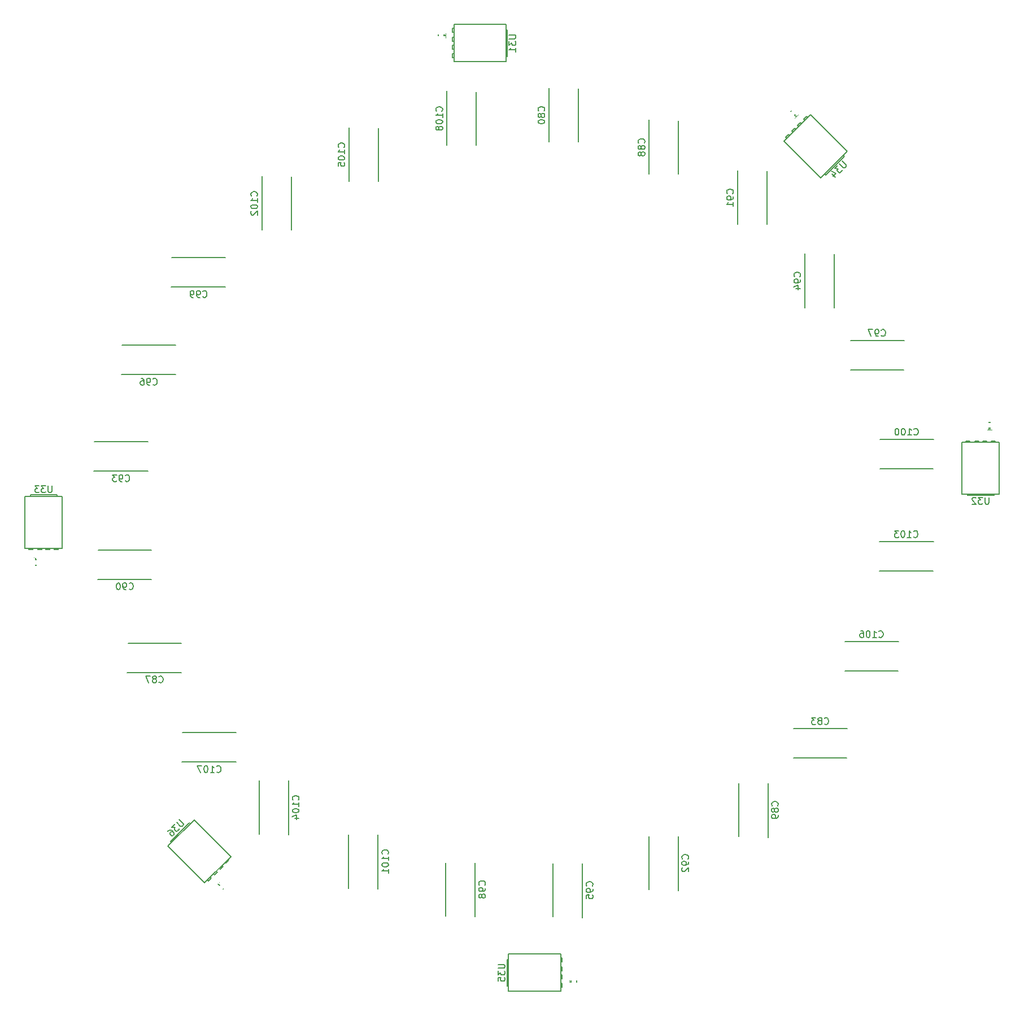
<source format=gbr>
G04 #@! TF.FileFunction,Legend,Bot*
%FSLAX46Y46*%
G04 Gerber Fmt 4.6, Leading zero omitted, Abs format (unit mm)*
G04 Created by KiCad (PCBNEW 4.0.1-stable) date 2/3/2016 8:32:50 AM*
%MOMM*%
G01*
G04 APERTURE LIST*
%ADD10C,0.100000*%
%ADD11C,0.150000*%
%ADD12C,0.127000*%
%ADD13C,0.040640*%
%ADD14C,4.464000*%
%ADD15C,8.160000*%
%ADD16R,2.830000X2.770000*%
%ADD17R,2.770000X2.830000*%
%ADD18C,1.136600*%
%ADD19R,1.400760X1.299160*%
%ADD20R,1.299160X1.400760*%
%ADD21R,1.300000X0.850000*%
%ADD22R,1.700000X4.850000*%
%ADD23R,3.450000X4.350000*%
%ADD24R,0.850000X1.300000*%
%ADD25R,4.850000X1.700000*%
%ADD26R,4.350000X3.450000*%
%ADD27C,2.398980*%
G04 APERTURE END LIST*
D10*
D11*
X101505040Y-25354880D02*
X101505040Y-33354880D01*
X97105040Y-33354880D02*
X97105040Y-25254880D01*
X141753242Y-125729800D02*
X133753242Y-125729800D01*
X133753242Y-121329800D02*
X141853242Y-121329800D01*
X33992640Y-108497720D02*
X41992640Y-108497720D01*
X41992640Y-112897720D02*
X33892640Y-112897720D01*
X116521520Y-30165640D02*
X116521520Y-38165640D01*
X112121520Y-38165640D02*
X112121520Y-30065640D01*
X125527640Y-137508800D02*
X125527640Y-129508800D01*
X129927640Y-129508800D02*
X129927640Y-137608800D01*
X29522240Y-94527720D02*
X37522240Y-94527720D01*
X37522240Y-98927720D02*
X29422240Y-98927720D01*
X129795560Y-37729760D02*
X129795560Y-45729760D01*
X125395560Y-45729760D02*
X125395560Y-37629760D01*
X112080880Y-145474240D02*
X112080880Y-137474240D01*
X116480880Y-137474240D02*
X116480880Y-145574240D01*
X28963440Y-78317440D02*
X36963440Y-78317440D01*
X36963440Y-82717440D02*
X28863440Y-82717440D01*
X139859040Y-50185920D02*
X139859040Y-58185920D01*
X135459040Y-58185920D02*
X135459040Y-50085920D01*
X97729880Y-149538240D02*
X97729880Y-141538240D01*
X102129880Y-141538240D02*
X102129880Y-149638240D01*
X33103640Y-63849600D02*
X41103640Y-63849600D01*
X41103640Y-68249600D02*
X33003640Y-68249600D01*
X150281680Y-67528240D02*
X142281680Y-67528240D01*
X142281680Y-63128240D02*
X150381680Y-63128240D01*
X81621200Y-149416320D02*
X81621200Y-141416320D01*
X86021200Y-141416320D02*
X86021200Y-149516320D01*
X40576320Y-50712720D02*
X48576320Y-50712720D01*
X48576320Y-55112720D02*
X40476320Y-55112720D01*
X154706360Y-82356760D02*
X146706360Y-82356760D01*
X146706360Y-77956760D02*
X154806360Y-77956760D01*
X67092400Y-145225320D02*
X67092400Y-137225320D01*
X71492400Y-137225320D02*
X71492400Y-145325320D01*
X58467280Y-38563762D02*
X58467280Y-46563762D01*
X54067280Y-46563762D02*
X54067280Y-38463762D01*
X154651362Y-97698360D02*
X146651362Y-97698360D01*
X146651362Y-93298360D02*
X154751362Y-93298360D01*
X53681200Y-137122720D02*
X53681200Y-129122720D01*
X58081200Y-129122720D02*
X58081200Y-137222720D01*
X71543200Y-31279042D02*
X71543200Y-39279042D01*
X67143200Y-39279042D02*
X67143200Y-31179042D01*
X149449442Y-112689440D02*
X141449442Y-112689440D01*
X141449442Y-108289440D02*
X149549442Y-108289440D01*
X42186680Y-121929240D02*
X50186680Y-121929240D01*
X50186680Y-126329240D02*
X42086680Y-126329240D01*
X86199000Y-25847640D02*
X86199000Y-33847640D01*
X81799000Y-33847640D02*
X81799000Y-25747640D01*
D12*
X80509040Y-16824400D02*
X81321840Y-16824400D01*
X81296440Y-17942000D02*
X80509040Y-17942000D01*
X81321840Y-18196000D02*
X81321840Y-16570400D01*
X81321840Y-16570400D02*
X80509040Y-16570400D01*
X80509040Y-16570400D02*
X80509040Y-18196000D01*
X80509040Y-18196000D02*
X81321840Y-18196000D01*
X163694040Y-75406960D02*
X163694040Y-76219760D01*
X162576440Y-76194360D02*
X162576440Y-75406960D01*
X162322440Y-76219760D02*
X163948040Y-76219760D01*
X163948040Y-76219760D02*
X163948040Y-75406960D01*
X163948040Y-75406960D02*
X162322440Y-75406960D01*
X162322440Y-75406960D02*
X162322440Y-76219760D01*
X19630320Y-96824240D02*
X19630320Y-96011440D01*
X20747920Y-96036840D02*
X20747920Y-96824240D01*
X21001920Y-96011440D02*
X19376320Y-96011440D01*
X19376320Y-96011440D02*
X19376320Y-96824240D01*
X19376320Y-96824240D02*
X21001920Y-96824240D01*
X21001920Y-96824240D02*
X21001920Y-96011440D01*
X133794243Y-28359301D02*
X134368979Y-28934037D01*
X133560756Y-29706339D02*
X133003981Y-29149563D01*
X133399112Y-29903905D02*
X134548585Y-28754432D01*
X134548585Y-28754432D02*
X133973848Y-28179695D01*
X133973848Y-28179695D02*
X132824375Y-29329168D01*
X132824375Y-29329168D02*
X133399112Y-29903905D01*
X101245600Y-159801000D02*
X100432800Y-159801000D01*
X100458200Y-158683400D02*
X101245600Y-158683400D01*
X100432800Y-158429400D02*
X100432800Y-160055000D01*
X100432800Y-160055000D02*
X101245600Y-160055000D01*
X101245600Y-160055000D02*
X101245600Y-158429400D01*
X101245600Y-158429400D02*
X100432800Y-158429400D01*
X47889277Y-145751499D02*
X47314541Y-145176763D01*
X48122764Y-144404461D02*
X48679539Y-144961237D01*
X48284408Y-144206895D02*
X47134935Y-145356368D01*
X47134935Y-145356368D02*
X47709672Y-145931105D01*
X47709672Y-145931105D02*
X48859145Y-144781632D01*
X48859145Y-144781632D02*
X48284408Y-144206895D01*
D11*
X90657440Y-20551600D02*
X90857440Y-20551600D01*
X90857440Y-20551600D02*
X90857440Y-16551600D01*
X90857440Y-16551600D02*
X90657440Y-16551600D01*
X82857440Y-16951600D02*
X82657440Y-16951600D01*
X82657440Y-16951600D02*
X82657440Y-16351600D01*
X82657440Y-16351600D02*
X82857440Y-16351600D01*
X82857440Y-18251600D02*
X82657440Y-18251600D01*
X82657440Y-18251600D02*
X82657440Y-17651600D01*
X82657440Y-17651600D02*
X82857440Y-17651600D01*
X82857440Y-19451600D02*
X82657440Y-19451600D01*
X82657440Y-19451600D02*
X82657440Y-18851600D01*
X82657440Y-18851600D02*
X82857440Y-18851600D01*
X82857440Y-20751600D02*
X82657440Y-20751600D01*
X82657440Y-20751600D02*
X82657440Y-20151600D01*
X82657440Y-20151600D02*
X82857440Y-20151600D01*
X90657440Y-21351600D02*
X90657440Y-15751600D01*
X90657440Y-15751600D02*
X82857440Y-15751600D01*
X82857440Y-15751600D02*
X82857440Y-21351600D01*
X82857440Y-21351600D02*
X90657440Y-21351600D01*
X159804280Y-86175120D02*
X159804280Y-86375120D01*
X159804280Y-86375120D02*
X163804280Y-86375120D01*
X163804280Y-86375120D02*
X163804280Y-86175120D01*
X163404280Y-78375120D02*
X163404280Y-78175120D01*
X163404280Y-78175120D02*
X164004280Y-78175120D01*
X164004280Y-78175120D02*
X164004280Y-78375120D01*
X162104280Y-78375120D02*
X162104280Y-78175120D01*
X162104280Y-78175120D02*
X162704280Y-78175120D01*
X162704280Y-78175120D02*
X162704280Y-78375120D01*
X160904280Y-78375120D02*
X160904280Y-78175120D01*
X160904280Y-78175120D02*
X161504280Y-78175120D01*
X161504280Y-78175120D02*
X161504280Y-78375120D01*
X159604280Y-78375120D02*
X159604280Y-78175120D01*
X159604280Y-78175120D02*
X160204280Y-78175120D01*
X160204280Y-78175120D02*
X160204280Y-78375120D01*
X159004280Y-86175120D02*
X164604280Y-86175120D01*
X164604280Y-86175120D02*
X164604280Y-78375120D01*
X164604280Y-78375120D02*
X159004280Y-78375120D01*
X159004280Y-78375120D02*
X159004280Y-86175120D01*
X23342280Y-86472640D02*
X23342280Y-86272640D01*
X23342280Y-86272640D02*
X19342280Y-86272640D01*
X19342280Y-86272640D02*
X19342280Y-86472640D01*
X19742280Y-94272640D02*
X19742280Y-94472640D01*
X19742280Y-94472640D02*
X19142280Y-94472640D01*
X19142280Y-94472640D02*
X19142280Y-94272640D01*
X21042280Y-94272640D02*
X21042280Y-94472640D01*
X21042280Y-94472640D02*
X20442280Y-94472640D01*
X20442280Y-94472640D02*
X20442280Y-94272640D01*
X22242280Y-94272640D02*
X22242280Y-94472640D01*
X22242280Y-94472640D02*
X21642280Y-94472640D01*
X21642280Y-94472640D02*
X21642280Y-94272640D01*
X23542280Y-94272640D02*
X23542280Y-94472640D01*
X23542280Y-94472640D02*
X22942280Y-94472640D01*
X22942280Y-94472640D02*
X22942280Y-94272640D01*
X24142280Y-86472640D02*
X18542280Y-86472640D01*
X18542280Y-86472640D02*
X18542280Y-94272640D01*
X18542280Y-94272640D02*
X24142280Y-94272640D01*
X24142280Y-94272640D02*
X24142280Y-86472640D01*
X138418343Y-38192130D02*
X138559764Y-38333551D01*
X138559764Y-38333551D02*
X141388191Y-35505124D01*
X141388191Y-35505124D02*
X141246770Y-35363703D01*
X135448494Y-30131113D02*
X135307073Y-29989691D01*
X135307073Y-29989691D02*
X135731337Y-29565427D01*
X135731337Y-29565427D02*
X135872758Y-29706849D01*
X134529256Y-31050352D02*
X134387834Y-30908930D01*
X134387834Y-30908930D02*
X134812098Y-30484666D01*
X134812098Y-30484666D02*
X134953520Y-30626087D01*
X133680727Y-31898880D02*
X133539306Y-31757458D01*
X133539306Y-31757458D02*
X133963570Y-31333194D01*
X133963570Y-31333194D02*
X134104992Y-31474616D01*
X132761489Y-32818118D02*
X132620067Y-32676697D01*
X132620067Y-32676697D02*
X133044331Y-32252433D01*
X133044331Y-32252433D02*
X133185753Y-32393854D01*
X137852657Y-38757815D02*
X141812455Y-34798017D01*
X141812455Y-34798017D02*
X136297023Y-29282585D01*
X136297023Y-29282585D02*
X132337225Y-33242383D01*
X132337225Y-33242383D02*
X137852657Y-38757815D01*
X91046400Y-155896000D02*
X90846400Y-155896000D01*
X90846400Y-155896000D02*
X90846400Y-159896000D01*
X90846400Y-159896000D02*
X91046400Y-159896000D01*
X98846400Y-159496000D02*
X99046400Y-159496000D01*
X99046400Y-159496000D02*
X99046400Y-160096000D01*
X99046400Y-160096000D02*
X98846400Y-160096000D01*
X98846400Y-158196000D02*
X99046400Y-158196000D01*
X99046400Y-158196000D02*
X99046400Y-158796000D01*
X99046400Y-158796000D02*
X98846400Y-158796000D01*
X98846400Y-156996000D02*
X99046400Y-156996000D01*
X99046400Y-156996000D02*
X99046400Y-157596000D01*
X99046400Y-157596000D02*
X98846400Y-157596000D01*
X98846400Y-155696000D02*
X99046400Y-155696000D01*
X99046400Y-155696000D02*
X99046400Y-156296000D01*
X99046400Y-156296000D02*
X98846400Y-156296000D01*
X91046400Y-155096000D02*
X91046400Y-160696000D01*
X91046400Y-160696000D02*
X98846400Y-160696000D01*
X98846400Y-160696000D02*
X98846400Y-155096000D01*
X98846400Y-155096000D02*
X91046400Y-155096000D01*
X43341377Y-135547830D02*
X43199956Y-135406409D01*
X43199956Y-135406409D02*
X40371529Y-138234836D01*
X40371529Y-138234836D02*
X40512950Y-138376257D01*
X46311226Y-143608847D02*
X46452647Y-143750269D01*
X46452647Y-143750269D02*
X46028383Y-144174533D01*
X46028383Y-144174533D02*
X45886962Y-144033111D01*
X47230464Y-142689608D02*
X47371886Y-142831030D01*
X47371886Y-142831030D02*
X46947622Y-143255294D01*
X46947622Y-143255294D02*
X46806200Y-143113873D01*
X48078993Y-141841080D02*
X48220414Y-141982502D01*
X48220414Y-141982502D02*
X47796150Y-142406766D01*
X47796150Y-142406766D02*
X47654728Y-142265344D01*
X48998231Y-140921842D02*
X49139653Y-141063263D01*
X49139653Y-141063263D02*
X48715389Y-141487527D01*
X48715389Y-141487527D02*
X48573967Y-141346106D01*
X43907063Y-134982145D02*
X39947265Y-138941943D01*
X39947265Y-138941943D02*
X45462697Y-144457375D01*
X45462697Y-144457375D02*
X49422495Y-140497577D01*
X49422495Y-140497577D02*
X43907063Y-134982145D01*
X96362723Y-28711363D02*
X96410342Y-28663744D01*
X96457961Y-28520887D01*
X96457961Y-28425649D01*
X96410342Y-28282791D01*
X96315104Y-28187553D01*
X96219866Y-28139934D01*
X96029390Y-28092315D01*
X95886532Y-28092315D01*
X95696056Y-28139934D01*
X95600818Y-28187553D01*
X95505580Y-28282791D01*
X95457961Y-28425649D01*
X95457961Y-28520887D01*
X95505580Y-28663744D01*
X95553199Y-28711363D01*
X95886532Y-29282791D02*
X95838913Y-29187553D01*
X95791294Y-29139934D01*
X95696056Y-29092315D01*
X95648437Y-29092315D01*
X95553199Y-29139934D01*
X95505580Y-29187553D01*
X95457961Y-29282791D01*
X95457961Y-29473268D01*
X95505580Y-29568506D01*
X95553199Y-29616125D01*
X95648437Y-29663744D01*
X95696056Y-29663744D01*
X95791294Y-29616125D01*
X95838913Y-29568506D01*
X95886532Y-29473268D01*
X95886532Y-29282791D01*
X95934151Y-29187553D01*
X95981770Y-29139934D01*
X96077009Y-29092315D01*
X96267485Y-29092315D01*
X96362723Y-29139934D01*
X96410342Y-29187553D01*
X96457961Y-29282791D01*
X96457961Y-29473268D01*
X96410342Y-29568506D01*
X96362723Y-29616125D01*
X96267485Y-29663744D01*
X96077009Y-29663744D01*
X95981770Y-29616125D01*
X95934151Y-29568506D01*
X95886532Y-29473268D01*
X95457961Y-30282791D02*
X95457961Y-30378030D01*
X95505580Y-30473268D01*
X95553199Y-30520887D01*
X95648437Y-30568506D01*
X95838913Y-30616125D01*
X96077009Y-30616125D01*
X96267485Y-30568506D01*
X96362723Y-30520887D01*
X96410342Y-30473268D01*
X96457961Y-30378030D01*
X96457961Y-30282791D01*
X96410342Y-30187553D01*
X96362723Y-30139934D01*
X96267485Y-30092315D01*
X96077009Y-30044696D01*
X95838913Y-30044696D01*
X95648437Y-30092315D01*
X95553199Y-30139934D01*
X95505580Y-30187553D01*
X95457961Y-30282791D01*
X138396759Y-120587483D02*
X138444378Y-120635102D01*
X138587235Y-120682721D01*
X138682473Y-120682721D01*
X138825331Y-120635102D01*
X138920569Y-120539864D01*
X138968188Y-120444626D01*
X139015807Y-120254150D01*
X139015807Y-120111292D01*
X138968188Y-119920816D01*
X138920569Y-119825578D01*
X138825331Y-119730340D01*
X138682473Y-119682721D01*
X138587235Y-119682721D01*
X138444378Y-119730340D01*
X138396759Y-119777959D01*
X137825331Y-120111292D02*
X137920569Y-120063673D01*
X137968188Y-120016054D01*
X138015807Y-119920816D01*
X138015807Y-119873197D01*
X137968188Y-119777959D01*
X137920569Y-119730340D01*
X137825331Y-119682721D01*
X137634854Y-119682721D01*
X137539616Y-119730340D01*
X137491997Y-119777959D01*
X137444378Y-119873197D01*
X137444378Y-119920816D01*
X137491997Y-120016054D01*
X137539616Y-120063673D01*
X137634854Y-120111292D01*
X137825331Y-120111292D01*
X137920569Y-120158911D01*
X137968188Y-120206530D01*
X138015807Y-120301769D01*
X138015807Y-120492245D01*
X137968188Y-120587483D01*
X137920569Y-120635102D01*
X137825331Y-120682721D01*
X137634854Y-120682721D01*
X137539616Y-120635102D01*
X137491997Y-120587483D01*
X137444378Y-120492245D01*
X137444378Y-120301769D01*
X137491997Y-120206530D01*
X137539616Y-120158911D01*
X137634854Y-120111292D01*
X137111045Y-119682721D02*
X136491997Y-119682721D01*
X136825331Y-120063673D01*
X136682473Y-120063673D01*
X136587235Y-120111292D01*
X136539616Y-120158911D01*
X136491997Y-120254150D01*
X136491997Y-120492245D01*
X136539616Y-120587483D01*
X136587235Y-120635102D01*
X136682473Y-120682721D01*
X136968188Y-120682721D01*
X137063426Y-120635102D01*
X137111045Y-120587483D01*
X38634837Y-114354323D02*
X38682456Y-114401942D01*
X38825313Y-114449561D01*
X38920551Y-114449561D01*
X39063409Y-114401942D01*
X39158647Y-114306704D01*
X39206266Y-114211466D01*
X39253885Y-114020990D01*
X39253885Y-113878132D01*
X39206266Y-113687656D01*
X39158647Y-113592418D01*
X39063409Y-113497180D01*
X38920551Y-113449561D01*
X38825313Y-113449561D01*
X38682456Y-113497180D01*
X38634837Y-113544799D01*
X38063409Y-113878132D02*
X38158647Y-113830513D01*
X38206266Y-113782894D01*
X38253885Y-113687656D01*
X38253885Y-113640037D01*
X38206266Y-113544799D01*
X38158647Y-113497180D01*
X38063409Y-113449561D01*
X37872932Y-113449561D01*
X37777694Y-113497180D01*
X37730075Y-113544799D01*
X37682456Y-113640037D01*
X37682456Y-113687656D01*
X37730075Y-113782894D01*
X37777694Y-113830513D01*
X37872932Y-113878132D01*
X38063409Y-113878132D01*
X38158647Y-113925751D01*
X38206266Y-113973370D01*
X38253885Y-114068609D01*
X38253885Y-114259085D01*
X38206266Y-114354323D01*
X38158647Y-114401942D01*
X38063409Y-114449561D01*
X37872932Y-114449561D01*
X37777694Y-114401942D01*
X37730075Y-114354323D01*
X37682456Y-114259085D01*
X37682456Y-114068609D01*
X37730075Y-113973370D01*
X37777694Y-113925751D01*
X37872932Y-113878132D01*
X37349123Y-113449561D02*
X36682456Y-113449561D01*
X37111028Y-114449561D01*
X111379203Y-33522123D02*
X111426822Y-33474504D01*
X111474441Y-33331647D01*
X111474441Y-33236409D01*
X111426822Y-33093551D01*
X111331584Y-32998313D01*
X111236346Y-32950694D01*
X111045870Y-32903075D01*
X110903012Y-32903075D01*
X110712536Y-32950694D01*
X110617298Y-32998313D01*
X110522060Y-33093551D01*
X110474441Y-33236409D01*
X110474441Y-33331647D01*
X110522060Y-33474504D01*
X110569679Y-33522123D01*
X110903012Y-34093551D02*
X110855393Y-33998313D01*
X110807774Y-33950694D01*
X110712536Y-33903075D01*
X110664917Y-33903075D01*
X110569679Y-33950694D01*
X110522060Y-33998313D01*
X110474441Y-34093551D01*
X110474441Y-34284028D01*
X110522060Y-34379266D01*
X110569679Y-34426885D01*
X110664917Y-34474504D01*
X110712536Y-34474504D01*
X110807774Y-34426885D01*
X110855393Y-34379266D01*
X110903012Y-34284028D01*
X110903012Y-34093551D01*
X110950631Y-33998313D01*
X110998250Y-33950694D01*
X111093489Y-33903075D01*
X111283965Y-33903075D01*
X111379203Y-33950694D01*
X111426822Y-33998313D01*
X111474441Y-34093551D01*
X111474441Y-34284028D01*
X111426822Y-34379266D01*
X111379203Y-34426885D01*
X111283965Y-34474504D01*
X111093489Y-34474504D01*
X110998250Y-34426885D01*
X110950631Y-34379266D01*
X110903012Y-34284028D01*
X110903012Y-35045932D02*
X110855393Y-34950694D01*
X110807774Y-34903075D01*
X110712536Y-34855456D01*
X110664917Y-34855456D01*
X110569679Y-34903075D01*
X110522060Y-34950694D01*
X110474441Y-35045932D01*
X110474441Y-35236409D01*
X110522060Y-35331647D01*
X110569679Y-35379266D01*
X110664917Y-35426885D01*
X110712536Y-35426885D01*
X110807774Y-35379266D01*
X110855393Y-35331647D01*
X110903012Y-35236409D01*
X110903012Y-35045932D01*
X110950631Y-34950694D01*
X110998250Y-34903075D01*
X111093489Y-34855456D01*
X111283965Y-34855456D01*
X111379203Y-34903075D01*
X111426822Y-34950694D01*
X111474441Y-35045932D01*
X111474441Y-35236409D01*
X111426822Y-35331647D01*
X111379203Y-35379266D01*
X111283965Y-35426885D01*
X111093489Y-35426885D01*
X110998250Y-35379266D01*
X110950631Y-35331647D01*
X110903012Y-35236409D01*
X131384243Y-132866603D02*
X131431862Y-132818984D01*
X131479481Y-132676127D01*
X131479481Y-132580889D01*
X131431862Y-132438031D01*
X131336624Y-132342793D01*
X131241386Y-132295174D01*
X131050910Y-132247555D01*
X130908052Y-132247555D01*
X130717576Y-132295174D01*
X130622338Y-132342793D01*
X130527100Y-132438031D01*
X130479481Y-132580889D01*
X130479481Y-132676127D01*
X130527100Y-132818984D01*
X130574719Y-132866603D01*
X130908052Y-133438031D02*
X130860433Y-133342793D01*
X130812814Y-133295174D01*
X130717576Y-133247555D01*
X130669957Y-133247555D01*
X130574719Y-133295174D01*
X130527100Y-133342793D01*
X130479481Y-133438031D01*
X130479481Y-133628508D01*
X130527100Y-133723746D01*
X130574719Y-133771365D01*
X130669957Y-133818984D01*
X130717576Y-133818984D01*
X130812814Y-133771365D01*
X130860433Y-133723746D01*
X130908052Y-133628508D01*
X130908052Y-133438031D01*
X130955671Y-133342793D01*
X131003290Y-133295174D01*
X131098529Y-133247555D01*
X131289005Y-133247555D01*
X131384243Y-133295174D01*
X131431862Y-133342793D01*
X131479481Y-133438031D01*
X131479481Y-133628508D01*
X131431862Y-133723746D01*
X131384243Y-133771365D01*
X131289005Y-133818984D01*
X131098529Y-133818984D01*
X131003290Y-133771365D01*
X130955671Y-133723746D01*
X130908052Y-133628508D01*
X131479481Y-134295174D02*
X131479481Y-134485650D01*
X131431862Y-134580889D01*
X131384243Y-134628508D01*
X131241386Y-134723746D01*
X131050910Y-134771365D01*
X130669957Y-134771365D01*
X130574719Y-134723746D01*
X130527100Y-134676127D01*
X130479481Y-134580889D01*
X130479481Y-134390412D01*
X130527100Y-134295174D01*
X130574719Y-134247555D01*
X130669957Y-134199936D01*
X130908052Y-134199936D01*
X131003290Y-134247555D01*
X131050910Y-134295174D01*
X131098529Y-134390412D01*
X131098529Y-134580889D01*
X131050910Y-134676127D01*
X131003290Y-134723746D01*
X130908052Y-134771365D01*
X34164437Y-100384323D02*
X34212056Y-100431942D01*
X34354913Y-100479561D01*
X34450151Y-100479561D01*
X34593009Y-100431942D01*
X34688247Y-100336704D01*
X34735866Y-100241466D01*
X34783485Y-100050990D01*
X34783485Y-99908132D01*
X34735866Y-99717656D01*
X34688247Y-99622418D01*
X34593009Y-99527180D01*
X34450151Y-99479561D01*
X34354913Y-99479561D01*
X34212056Y-99527180D01*
X34164437Y-99574799D01*
X33688247Y-100479561D02*
X33497771Y-100479561D01*
X33402532Y-100431942D01*
X33354913Y-100384323D01*
X33259675Y-100241466D01*
X33212056Y-100050990D01*
X33212056Y-99670037D01*
X33259675Y-99574799D01*
X33307294Y-99527180D01*
X33402532Y-99479561D01*
X33593009Y-99479561D01*
X33688247Y-99527180D01*
X33735866Y-99574799D01*
X33783485Y-99670037D01*
X33783485Y-99908132D01*
X33735866Y-100003370D01*
X33688247Y-100050990D01*
X33593009Y-100098609D01*
X33402532Y-100098609D01*
X33307294Y-100050990D01*
X33259675Y-100003370D01*
X33212056Y-99908132D01*
X32593009Y-99479561D02*
X32497770Y-99479561D01*
X32402532Y-99527180D01*
X32354913Y-99574799D01*
X32307294Y-99670037D01*
X32259675Y-99860513D01*
X32259675Y-100098609D01*
X32307294Y-100289085D01*
X32354913Y-100384323D01*
X32402532Y-100431942D01*
X32497770Y-100479561D01*
X32593009Y-100479561D01*
X32688247Y-100431942D01*
X32735866Y-100384323D01*
X32783485Y-100289085D01*
X32831104Y-100098609D01*
X32831104Y-99860513D01*
X32783485Y-99670037D01*
X32735866Y-99574799D01*
X32688247Y-99527180D01*
X32593009Y-99479561D01*
X124653243Y-41086243D02*
X124700862Y-41038624D01*
X124748481Y-40895767D01*
X124748481Y-40800529D01*
X124700862Y-40657671D01*
X124605624Y-40562433D01*
X124510386Y-40514814D01*
X124319910Y-40467195D01*
X124177052Y-40467195D01*
X123986576Y-40514814D01*
X123891338Y-40562433D01*
X123796100Y-40657671D01*
X123748481Y-40800529D01*
X123748481Y-40895767D01*
X123796100Y-41038624D01*
X123843719Y-41086243D01*
X124748481Y-41562433D02*
X124748481Y-41752909D01*
X124700862Y-41848148D01*
X124653243Y-41895767D01*
X124510386Y-41991005D01*
X124319910Y-42038624D01*
X123938957Y-42038624D01*
X123843719Y-41991005D01*
X123796100Y-41943386D01*
X123748481Y-41848148D01*
X123748481Y-41657671D01*
X123796100Y-41562433D01*
X123843719Y-41514814D01*
X123938957Y-41467195D01*
X124177052Y-41467195D01*
X124272290Y-41514814D01*
X124319910Y-41562433D01*
X124367529Y-41657671D01*
X124367529Y-41848148D01*
X124319910Y-41943386D01*
X124272290Y-41991005D01*
X124177052Y-42038624D01*
X124748481Y-42991005D02*
X124748481Y-42419576D01*
X124748481Y-42705290D02*
X123748481Y-42705290D01*
X123891338Y-42610052D01*
X123986576Y-42514814D01*
X124034195Y-42419576D01*
X117937483Y-140832043D02*
X117985102Y-140784424D01*
X118032721Y-140641567D01*
X118032721Y-140546329D01*
X117985102Y-140403471D01*
X117889864Y-140308233D01*
X117794626Y-140260614D01*
X117604150Y-140212995D01*
X117461292Y-140212995D01*
X117270816Y-140260614D01*
X117175578Y-140308233D01*
X117080340Y-140403471D01*
X117032721Y-140546329D01*
X117032721Y-140641567D01*
X117080340Y-140784424D01*
X117127959Y-140832043D01*
X118032721Y-141308233D02*
X118032721Y-141498709D01*
X117985102Y-141593948D01*
X117937483Y-141641567D01*
X117794626Y-141736805D01*
X117604150Y-141784424D01*
X117223197Y-141784424D01*
X117127959Y-141736805D01*
X117080340Y-141689186D01*
X117032721Y-141593948D01*
X117032721Y-141403471D01*
X117080340Y-141308233D01*
X117127959Y-141260614D01*
X117223197Y-141212995D01*
X117461292Y-141212995D01*
X117556530Y-141260614D01*
X117604150Y-141308233D01*
X117651769Y-141403471D01*
X117651769Y-141593948D01*
X117604150Y-141689186D01*
X117556530Y-141736805D01*
X117461292Y-141784424D01*
X117127959Y-142165376D02*
X117080340Y-142212995D01*
X117032721Y-142308233D01*
X117032721Y-142546329D01*
X117080340Y-142641567D01*
X117127959Y-142689186D01*
X117223197Y-142736805D01*
X117318435Y-142736805D01*
X117461292Y-142689186D01*
X118032721Y-142117757D01*
X118032721Y-142736805D01*
X33605637Y-84174043D02*
X33653256Y-84221662D01*
X33796113Y-84269281D01*
X33891351Y-84269281D01*
X34034209Y-84221662D01*
X34129447Y-84126424D01*
X34177066Y-84031186D01*
X34224685Y-83840710D01*
X34224685Y-83697852D01*
X34177066Y-83507376D01*
X34129447Y-83412138D01*
X34034209Y-83316900D01*
X33891351Y-83269281D01*
X33796113Y-83269281D01*
X33653256Y-83316900D01*
X33605637Y-83364519D01*
X33129447Y-84269281D02*
X32938971Y-84269281D01*
X32843732Y-84221662D01*
X32796113Y-84174043D01*
X32700875Y-84031186D01*
X32653256Y-83840710D01*
X32653256Y-83459757D01*
X32700875Y-83364519D01*
X32748494Y-83316900D01*
X32843732Y-83269281D01*
X33034209Y-83269281D01*
X33129447Y-83316900D01*
X33177066Y-83364519D01*
X33224685Y-83459757D01*
X33224685Y-83697852D01*
X33177066Y-83793090D01*
X33129447Y-83840710D01*
X33034209Y-83888329D01*
X32843732Y-83888329D01*
X32748494Y-83840710D01*
X32700875Y-83793090D01*
X32653256Y-83697852D01*
X32319923Y-83269281D02*
X31700875Y-83269281D01*
X32034209Y-83650233D01*
X31891351Y-83650233D01*
X31796113Y-83697852D01*
X31748494Y-83745471D01*
X31700875Y-83840710D01*
X31700875Y-84078805D01*
X31748494Y-84174043D01*
X31796113Y-84221662D01*
X31891351Y-84269281D01*
X32177066Y-84269281D01*
X32272304Y-84221662D01*
X32319923Y-84174043D01*
X134716723Y-53542403D02*
X134764342Y-53494784D01*
X134811961Y-53351927D01*
X134811961Y-53256689D01*
X134764342Y-53113831D01*
X134669104Y-53018593D01*
X134573866Y-52970974D01*
X134383390Y-52923355D01*
X134240532Y-52923355D01*
X134050056Y-52970974D01*
X133954818Y-53018593D01*
X133859580Y-53113831D01*
X133811961Y-53256689D01*
X133811961Y-53351927D01*
X133859580Y-53494784D01*
X133907199Y-53542403D01*
X134811961Y-54018593D02*
X134811961Y-54209069D01*
X134764342Y-54304308D01*
X134716723Y-54351927D01*
X134573866Y-54447165D01*
X134383390Y-54494784D01*
X134002437Y-54494784D01*
X133907199Y-54447165D01*
X133859580Y-54399546D01*
X133811961Y-54304308D01*
X133811961Y-54113831D01*
X133859580Y-54018593D01*
X133907199Y-53970974D01*
X134002437Y-53923355D01*
X134240532Y-53923355D01*
X134335770Y-53970974D01*
X134383390Y-54018593D01*
X134431009Y-54113831D01*
X134431009Y-54304308D01*
X134383390Y-54399546D01*
X134335770Y-54447165D01*
X134240532Y-54494784D01*
X134145294Y-55351927D02*
X134811961Y-55351927D01*
X133764342Y-55113831D02*
X134478628Y-54875736D01*
X134478628Y-55494784D01*
X103586483Y-144896043D02*
X103634102Y-144848424D01*
X103681721Y-144705567D01*
X103681721Y-144610329D01*
X103634102Y-144467471D01*
X103538864Y-144372233D01*
X103443626Y-144324614D01*
X103253150Y-144276995D01*
X103110292Y-144276995D01*
X102919816Y-144324614D01*
X102824578Y-144372233D01*
X102729340Y-144467471D01*
X102681721Y-144610329D01*
X102681721Y-144705567D01*
X102729340Y-144848424D01*
X102776959Y-144896043D01*
X103681721Y-145372233D02*
X103681721Y-145562709D01*
X103634102Y-145657948D01*
X103586483Y-145705567D01*
X103443626Y-145800805D01*
X103253150Y-145848424D01*
X102872197Y-145848424D01*
X102776959Y-145800805D01*
X102729340Y-145753186D01*
X102681721Y-145657948D01*
X102681721Y-145467471D01*
X102729340Y-145372233D01*
X102776959Y-145324614D01*
X102872197Y-145276995D01*
X103110292Y-145276995D01*
X103205530Y-145324614D01*
X103253150Y-145372233D01*
X103300769Y-145467471D01*
X103300769Y-145657948D01*
X103253150Y-145753186D01*
X103205530Y-145800805D01*
X103110292Y-145848424D01*
X102681721Y-146753186D02*
X102681721Y-146276995D01*
X103157911Y-146229376D01*
X103110292Y-146276995D01*
X103062673Y-146372233D01*
X103062673Y-146610329D01*
X103110292Y-146705567D01*
X103157911Y-146753186D01*
X103253150Y-146800805D01*
X103491245Y-146800805D01*
X103586483Y-146753186D01*
X103634102Y-146705567D01*
X103681721Y-146610329D01*
X103681721Y-146372233D01*
X103634102Y-146276995D01*
X103586483Y-146229376D01*
X37745837Y-69706203D02*
X37793456Y-69753822D01*
X37936313Y-69801441D01*
X38031551Y-69801441D01*
X38174409Y-69753822D01*
X38269647Y-69658584D01*
X38317266Y-69563346D01*
X38364885Y-69372870D01*
X38364885Y-69230012D01*
X38317266Y-69039536D01*
X38269647Y-68944298D01*
X38174409Y-68849060D01*
X38031551Y-68801441D01*
X37936313Y-68801441D01*
X37793456Y-68849060D01*
X37745837Y-68896679D01*
X37269647Y-69801441D02*
X37079171Y-69801441D01*
X36983932Y-69753822D01*
X36936313Y-69706203D01*
X36841075Y-69563346D01*
X36793456Y-69372870D01*
X36793456Y-68991917D01*
X36841075Y-68896679D01*
X36888694Y-68849060D01*
X36983932Y-68801441D01*
X37174409Y-68801441D01*
X37269647Y-68849060D01*
X37317266Y-68896679D01*
X37364885Y-68991917D01*
X37364885Y-69230012D01*
X37317266Y-69325250D01*
X37269647Y-69372870D01*
X37174409Y-69420489D01*
X36983932Y-69420489D01*
X36888694Y-69372870D01*
X36841075Y-69325250D01*
X36793456Y-69230012D01*
X35936313Y-68801441D02*
X36126790Y-68801441D01*
X36222028Y-68849060D01*
X36269647Y-68896679D01*
X36364885Y-69039536D01*
X36412504Y-69230012D01*
X36412504Y-69610965D01*
X36364885Y-69706203D01*
X36317266Y-69753822D01*
X36222028Y-69801441D01*
X36031551Y-69801441D01*
X35936313Y-69753822D01*
X35888694Y-69706203D01*
X35841075Y-69610965D01*
X35841075Y-69372870D01*
X35888694Y-69277631D01*
X35936313Y-69230012D01*
X36031551Y-69182393D01*
X36222028Y-69182393D01*
X36317266Y-69230012D01*
X36364885Y-69277631D01*
X36412504Y-69372870D01*
X146925197Y-62385923D02*
X146972816Y-62433542D01*
X147115673Y-62481161D01*
X147210911Y-62481161D01*
X147353769Y-62433542D01*
X147449007Y-62338304D01*
X147496626Y-62243066D01*
X147544245Y-62052590D01*
X147544245Y-61909732D01*
X147496626Y-61719256D01*
X147449007Y-61624018D01*
X147353769Y-61528780D01*
X147210911Y-61481161D01*
X147115673Y-61481161D01*
X146972816Y-61528780D01*
X146925197Y-61576399D01*
X146449007Y-62481161D02*
X146258531Y-62481161D01*
X146163292Y-62433542D01*
X146115673Y-62385923D01*
X146020435Y-62243066D01*
X145972816Y-62052590D01*
X145972816Y-61671637D01*
X146020435Y-61576399D01*
X146068054Y-61528780D01*
X146163292Y-61481161D01*
X146353769Y-61481161D01*
X146449007Y-61528780D01*
X146496626Y-61576399D01*
X146544245Y-61671637D01*
X146544245Y-61909732D01*
X146496626Y-62004970D01*
X146449007Y-62052590D01*
X146353769Y-62100209D01*
X146163292Y-62100209D01*
X146068054Y-62052590D01*
X146020435Y-62004970D01*
X145972816Y-61909732D01*
X145639483Y-61481161D02*
X144972816Y-61481161D01*
X145401388Y-62481161D01*
X87477803Y-144774123D02*
X87525422Y-144726504D01*
X87573041Y-144583647D01*
X87573041Y-144488409D01*
X87525422Y-144345551D01*
X87430184Y-144250313D01*
X87334946Y-144202694D01*
X87144470Y-144155075D01*
X87001612Y-144155075D01*
X86811136Y-144202694D01*
X86715898Y-144250313D01*
X86620660Y-144345551D01*
X86573041Y-144488409D01*
X86573041Y-144583647D01*
X86620660Y-144726504D01*
X86668279Y-144774123D01*
X87573041Y-145250313D02*
X87573041Y-145440789D01*
X87525422Y-145536028D01*
X87477803Y-145583647D01*
X87334946Y-145678885D01*
X87144470Y-145726504D01*
X86763517Y-145726504D01*
X86668279Y-145678885D01*
X86620660Y-145631266D01*
X86573041Y-145536028D01*
X86573041Y-145345551D01*
X86620660Y-145250313D01*
X86668279Y-145202694D01*
X86763517Y-145155075D01*
X87001612Y-145155075D01*
X87096850Y-145202694D01*
X87144470Y-145250313D01*
X87192089Y-145345551D01*
X87192089Y-145536028D01*
X87144470Y-145631266D01*
X87096850Y-145678885D01*
X87001612Y-145726504D01*
X87001612Y-146297932D02*
X86953993Y-146202694D01*
X86906374Y-146155075D01*
X86811136Y-146107456D01*
X86763517Y-146107456D01*
X86668279Y-146155075D01*
X86620660Y-146202694D01*
X86573041Y-146297932D01*
X86573041Y-146488409D01*
X86620660Y-146583647D01*
X86668279Y-146631266D01*
X86763517Y-146678885D01*
X86811136Y-146678885D01*
X86906374Y-146631266D01*
X86953993Y-146583647D01*
X87001612Y-146488409D01*
X87001612Y-146297932D01*
X87049231Y-146202694D01*
X87096850Y-146155075D01*
X87192089Y-146107456D01*
X87382565Y-146107456D01*
X87477803Y-146155075D01*
X87525422Y-146202694D01*
X87573041Y-146297932D01*
X87573041Y-146488409D01*
X87525422Y-146583647D01*
X87477803Y-146631266D01*
X87382565Y-146678885D01*
X87192089Y-146678885D01*
X87096850Y-146631266D01*
X87049231Y-146583647D01*
X87001612Y-146488409D01*
X45218517Y-56569323D02*
X45266136Y-56616942D01*
X45408993Y-56664561D01*
X45504231Y-56664561D01*
X45647089Y-56616942D01*
X45742327Y-56521704D01*
X45789946Y-56426466D01*
X45837565Y-56235990D01*
X45837565Y-56093132D01*
X45789946Y-55902656D01*
X45742327Y-55807418D01*
X45647089Y-55712180D01*
X45504231Y-55664561D01*
X45408993Y-55664561D01*
X45266136Y-55712180D01*
X45218517Y-55759799D01*
X44742327Y-56664561D02*
X44551851Y-56664561D01*
X44456612Y-56616942D01*
X44408993Y-56569323D01*
X44313755Y-56426466D01*
X44266136Y-56235990D01*
X44266136Y-55855037D01*
X44313755Y-55759799D01*
X44361374Y-55712180D01*
X44456612Y-55664561D01*
X44647089Y-55664561D01*
X44742327Y-55712180D01*
X44789946Y-55759799D01*
X44837565Y-55855037D01*
X44837565Y-56093132D01*
X44789946Y-56188370D01*
X44742327Y-56235990D01*
X44647089Y-56283609D01*
X44456612Y-56283609D01*
X44361374Y-56235990D01*
X44313755Y-56188370D01*
X44266136Y-56093132D01*
X43789946Y-56664561D02*
X43599470Y-56664561D01*
X43504231Y-56616942D01*
X43456612Y-56569323D01*
X43361374Y-56426466D01*
X43313755Y-56235990D01*
X43313755Y-55855037D01*
X43361374Y-55759799D01*
X43408993Y-55712180D01*
X43504231Y-55664561D01*
X43694708Y-55664561D01*
X43789946Y-55712180D01*
X43837565Y-55759799D01*
X43885184Y-55855037D01*
X43885184Y-56093132D01*
X43837565Y-56188370D01*
X43789946Y-56235990D01*
X43694708Y-56283609D01*
X43504231Y-56283609D01*
X43408993Y-56235990D01*
X43361374Y-56188370D01*
X43313755Y-56093132D01*
X151826067Y-77214443D02*
X151873686Y-77262062D01*
X152016543Y-77309681D01*
X152111781Y-77309681D01*
X152254639Y-77262062D01*
X152349877Y-77166824D01*
X152397496Y-77071586D01*
X152445115Y-76881110D01*
X152445115Y-76738252D01*
X152397496Y-76547776D01*
X152349877Y-76452538D01*
X152254639Y-76357300D01*
X152111781Y-76309681D01*
X152016543Y-76309681D01*
X151873686Y-76357300D01*
X151826067Y-76404919D01*
X150873686Y-77309681D02*
X151445115Y-77309681D01*
X151159401Y-77309681D02*
X151159401Y-76309681D01*
X151254639Y-76452538D01*
X151349877Y-76547776D01*
X151445115Y-76595395D01*
X150254639Y-76309681D02*
X150159400Y-76309681D01*
X150064162Y-76357300D01*
X150016543Y-76404919D01*
X149968924Y-76500157D01*
X149921305Y-76690633D01*
X149921305Y-76928729D01*
X149968924Y-77119205D01*
X150016543Y-77214443D01*
X150064162Y-77262062D01*
X150159400Y-77309681D01*
X150254639Y-77309681D01*
X150349877Y-77262062D01*
X150397496Y-77214443D01*
X150445115Y-77119205D01*
X150492734Y-76928729D01*
X150492734Y-76690633D01*
X150445115Y-76500157D01*
X150397496Y-76404919D01*
X150349877Y-76357300D01*
X150254639Y-76309681D01*
X149302258Y-76309681D02*
X149207019Y-76309681D01*
X149111781Y-76357300D01*
X149064162Y-76404919D01*
X149016543Y-76500157D01*
X148968924Y-76690633D01*
X148968924Y-76928729D01*
X149016543Y-77119205D01*
X149064162Y-77214443D01*
X149111781Y-77262062D01*
X149207019Y-77309681D01*
X149302258Y-77309681D01*
X149397496Y-77262062D01*
X149445115Y-77214443D01*
X149492734Y-77119205D01*
X149540353Y-76928729D01*
X149540353Y-76690633D01*
X149492734Y-76500157D01*
X149445115Y-76404919D01*
X149397496Y-76357300D01*
X149302258Y-76309681D01*
X72949003Y-140106933D02*
X72996622Y-140059314D01*
X73044241Y-139916457D01*
X73044241Y-139821219D01*
X72996622Y-139678361D01*
X72901384Y-139583123D01*
X72806146Y-139535504D01*
X72615670Y-139487885D01*
X72472812Y-139487885D01*
X72282336Y-139535504D01*
X72187098Y-139583123D01*
X72091860Y-139678361D01*
X72044241Y-139821219D01*
X72044241Y-139916457D01*
X72091860Y-140059314D01*
X72139479Y-140106933D01*
X73044241Y-141059314D02*
X73044241Y-140487885D01*
X73044241Y-140773599D02*
X72044241Y-140773599D01*
X72187098Y-140678361D01*
X72282336Y-140583123D01*
X72329955Y-140487885D01*
X72044241Y-141678361D02*
X72044241Y-141773600D01*
X72091860Y-141868838D01*
X72139479Y-141916457D01*
X72234717Y-141964076D01*
X72425193Y-142011695D01*
X72663289Y-142011695D01*
X72853765Y-141964076D01*
X72949003Y-141916457D01*
X72996622Y-141868838D01*
X73044241Y-141773600D01*
X73044241Y-141678361D01*
X72996622Y-141583123D01*
X72949003Y-141535504D01*
X72853765Y-141487885D01*
X72663289Y-141440266D01*
X72425193Y-141440266D01*
X72234717Y-141487885D01*
X72139479Y-141535504D01*
X72091860Y-141583123D01*
X72044241Y-141678361D01*
X73044241Y-142964076D02*
X73044241Y-142392647D01*
X73044241Y-142678361D02*
X72044241Y-142678361D01*
X72187098Y-142583123D01*
X72282336Y-142487885D01*
X72329955Y-142392647D01*
X53324963Y-41444055D02*
X53372582Y-41396436D01*
X53420201Y-41253579D01*
X53420201Y-41158341D01*
X53372582Y-41015483D01*
X53277344Y-40920245D01*
X53182106Y-40872626D01*
X52991630Y-40825007D01*
X52848772Y-40825007D01*
X52658296Y-40872626D01*
X52563058Y-40920245D01*
X52467820Y-41015483D01*
X52420201Y-41158341D01*
X52420201Y-41253579D01*
X52467820Y-41396436D01*
X52515439Y-41444055D01*
X53420201Y-42396436D02*
X53420201Y-41825007D01*
X53420201Y-42110721D02*
X52420201Y-42110721D01*
X52563058Y-42015483D01*
X52658296Y-41920245D01*
X52705915Y-41825007D01*
X52420201Y-43015483D02*
X52420201Y-43110722D01*
X52467820Y-43205960D01*
X52515439Y-43253579D01*
X52610677Y-43301198D01*
X52801153Y-43348817D01*
X53039249Y-43348817D01*
X53229725Y-43301198D01*
X53324963Y-43253579D01*
X53372582Y-43205960D01*
X53420201Y-43110722D01*
X53420201Y-43015483D01*
X53372582Y-42920245D01*
X53324963Y-42872626D01*
X53229725Y-42825007D01*
X53039249Y-42777388D01*
X52801153Y-42777388D01*
X52610677Y-42825007D01*
X52515439Y-42872626D01*
X52467820Y-42920245D01*
X52420201Y-43015483D01*
X52515439Y-43729769D02*
X52467820Y-43777388D01*
X52420201Y-43872626D01*
X52420201Y-44110722D01*
X52467820Y-44205960D01*
X52515439Y-44253579D01*
X52610677Y-44301198D01*
X52705915Y-44301198D01*
X52848772Y-44253579D01*
X53420201Y-43682150D01*
X53420201Y-44301198D01*
X151771069Y-92556043D02*
X151818688Y-92603662D01*
X151961545Y-92651281D01*
X152056783Y-92651281D01*
X152199641Y-92603662D01*
X152294879Y-92508424D01*
X152342498Y-92413186D01*
X152390117Y-92222710D01*
X152390117Y-92079852D01*
X152342498Y-91889376D01*
X152294879Y-91794138D01*
X152199641Y-91698900D01*
X152056783Y-91651281D01*
X151961545Y-91651281D01*
X151818688Y-91698900D01*
X151771069Y-91746519D01*
X150818688Y-92651281D02*
X151390117Y-92651281D01*
X151104403Y-92651281D02*
X151104403Y-91651281D01*
X151199641Y-91794138D01*
X151294879Y-91889376D01*
X151390117Y-91936995D01*
X150199641Y-91651281D02*
X150104402Y-91651281D01*
X150009164Y-91698900D01*
X149961545Y-91746519D01*
X149913926Y-91841757D01*
X149866307Y-92032233D01*
X149866307Y-92270329D01*
X149913926Y-92460805D01*
X149961545Y-92556043D01*
X150009164Y-92603662D01*
X150104402Y-92651281D01*
X150199641Y-92651281D01*
X150294879Y-92603662D01*
X150342498Y-92556043D01*
X150390117Y-92460805D01*
X150437736Y-92270329D01*
X150437736Y-92032233D01*
X150390117Y-91841757D01*
X150342498Y-91746519D01*
X150294879Y-91698900D01*
X150199641Y-91651281D01*
X149532974Y-91651281D02*
X148913926Y-91651281D01*
X149247260Y-92032233D01*
X149104402Y-92032233D01*
X149009164Y-92079852D01*
X148961545Y-92127471D01*
X148913926Y-92222710D01*
X148913926Y-92460805D01*
X148961545Y-92556043D01*
X149009164Y-92603662D01*
X149104402Y-92651281D01*
X149390117Y-92651281D01*
X149485355Y-92603662D01*
X149532974Y-92556043D01*
X59537803Y-132004333D02*
X59585422Y-131956714D01*
X59633041Y-131813857D01*
X59633041Y-131718619D01*
X59585422Y-131575761D01*
X59490184Y-131480523D01*
X59394946Y-131432904D01*
X59204470Y-131385285D01*
X59061612Y-131385285D01*
X58871136Y-131432904D01*
X58775898Y-131480523D01*
X58680660Y-131575761D01*
X58633041Y-131718619D01*
X58633041Y-131813857D01*
X58680660Y-131956714D01*
X58728279Y-132004333D01*
X59633041Y-132956714D02*
X59633041Y-132385285D01*
X59633041Y-132670999D02*
X58633041Y-132670999D01*
X58775898Y-132575761D01*
X58871136Y-132480523D01*
X58918755Y-132385285D01*
X58633041Y-133575761D02*
X58633041Y-133671000D01*
X58680660Y-133766238D01*
X58728279Y-133813857D01*
X58823517Y-133861476D01*
X59013993Y-133909095D01*
X59252089Y-133909095D01*
X59442565Y-133861476D01*
X59537803Y-133813857D01*
X59585422Y-133766238D01*
X59633041Y-133671000D01*
X59633041Y-133575761D01*
X59585422Y-133480523D01*
X59537803Y-133432904D01*
X59442565Y-133385285D01*
X59252089Y-133337666D01*
X59013993Y-133337666D01*
X58823517Y-133385285D01*
X58728279Y-133432904D01*
X58680660Y-133480523D01*
X58633041Y-133575761D01*
X58966374Y-134766238D02*
X59633041Y-134766238D01*
X58585422Y-134528142D02*
X59299708Y-134290047D01*
X59299708Y-134909095D01*
X66400883Y-34159335D02*
X66448502Y-34111716D01*
X66496121Y-33968859D01*
X66496121Y-33873621D01*
X66448502Y-33730763D01*
X66353264Y-33635525D01*
X66258026Y-33587906D01*
X66067550Y-33540287D01*
X65924692Y-33540287D01*
X65734216Y-33587906D01*
X65638978Y-33635525D01*
X65543740Y-33730763D01*
X65496121Y-33873621D01*
X65496121Y-33968859D01*
X65543740Y-34111716D01*
X65591359Y-34159335D01*
X66496121Y-35111716D02*
X66496121Y-34540287D01*
X66496121Y-34826001D02*
X65496121Y-34826001D01*
X65638978Y-34730763D01*
X65734216Y-34635525D01*
X65781835Y-34540287D01*
X65496121Y-35730763D02*
X65496121Y-35826002D01*
X65543740Y-35921240D01*
X65591359Y-35968859D01*
X65686597Y-36016478D01*
X65877073Y-36064097D01*
X66115169Y-36064097D01*
X66305645Y-36016478D01*
X66400883Y-35968859D01*
X66448502Y-35921240D01*
X66496121Y-35826002D01*
X66496121Y-35730763D01*
X66448502Y-35635525D01*
X66400883Y-35587906D01*
X66305645Y-35540287D01*
X66115169Y-35492668D01*
X65877073Y-35492668D01*
X65686597Y-35540287D01*
X65591359Y-35587906D01*
X65543740Y-35635525D01*
X65496121Y-35730763D01*
X65496121Y-36968859D02*
X65496121Y-36492668D01*
X65972311Y-36445049D01*
X65924692Y-36492668D01*
X65877073Y-36587906D01*
X65877073Y-36826002D01*
X65924692Y-36921240D01*
X65972311Y-36968859D01*
X66067550Y-37016478D01*
X66305645Y-37016478D01*
X66400883Y-36968859D01*
X66448502Y-36921240D01*
X66496121Y-36826002D01*
X66496121Y-36587906D01*
X66448502Y-36492668D01*
X66400883Y-36445049D01*
X146569149Y-107547123D02*
X146616768Y-107594742D01*
X146759625Y-107642361D01*
X146854863Y-107642361D01*
X146997721Y-107594742D01*
X147092959Y-107499504D01*
X147140578Y-107404266D01*
X147188197Y-107213790D01*
X147188197Y-107070932D01*
X147140578Y-106880456D01*
X147092959Y-106785218D01*
X146997721Y-106689980D01*
X146854863Y-106642361D01*
X146759625Y-106642361D01*
X146616768Y-106689980D01*
X146569149Y-106737599D01*
X145616768Y-107642361D02*
X146188197Y-107642361D01*
X145902483Y-107642361D02*
X145902483Y-106642361D01*
X145997721Y-106785218D01*
X146092959Y-106880456D01*
X146188197Y-106928075D01*
X144997721Y-106642361D02*
X144902482Y-106642361D01*
X144807244Y-106689980D01*
X144759625Y-106737599D01*
X144712006Y-106832837D01*
X144664387Y-107023313D01*
X144664387Y-107261409D01*
X144712006Y-107451885D01*
X144759625Y-107547123D01*
X144807244Y-107594742D01*
X144902482Y-107642361D01*
X144997721Y-107642361D01*
X145092959Y-107594742D01*
X145140578Y-107547123D01*
X145188197Y-107451885D01*
X145235816Y-107261409D01*
X145235816Y-107023313D01*
X145188197Y-106832837D01*
X145140578Y-106737599D01*
X145092959Y-106689980D01*
X144997721Y-106642361D01*
X143807244Y-106642361D02*
X143997721Y-106642361D01*
X144092959Y-106689980D01*
X144140578Y-106737599D01*
X144235816Y-106880456D01*
X144283435Y-107070932D01*
X144283435Y-107451885D01*
X144235816Y-107547123D01*
X144188197Y-107594742D01*
X144092959Y-107642361D01*
X143902482Y-107642361D01*
X143807244Y-107594742D01*
X143759625Y-107547123D01*
X143712006Y-107451885D01*
X143712006Y-107213790D01*
X143759625Y-107118551D01*
X143807244Y-107070932D01*
X143902482Y-107023313D01*
X144092959Y-107023313D01*
X144188197Y-107070932D01*
X144235816Y-107118551D01*
X144283435Y-107213790D01*
X47305067Y-127785843D02*
X47352686Y-127833462D01*
X47495543Y-127881081D01*
X47590781Y-127881081D01*
X47733639Y-127833462D01*
X47828877Y-127738224D01*
X47876496Y-127642986D01*
X47924115Y-127452510D01*
X47924115Y-127309652D01*
X47876496Y-127119176D01*
X47828877Y-127023938D01*
X47733639Y-126928700D01*
X47590781Y-126881081D01*
X47495543Y-126881081D01*
X47352686Y-126928700D01*
X47305067Y-126976319D01*
X46352686Y-127881081D02*
X46924115Y-127881081D01*
X46638401Y-127881081D02*
X46638401Y-126881081D01*
X46733639Y-127023938D01*
X46828877Y-127119176D01*
X46924115Y-127166795D01*
X45733639Y-126881081D02*
X45638400Y-126881081D01*
X45543162Y-126928700D01*
X45495543Y-126976319D01*
X45447924Y-127071557D01*
X45400305Y-127262033D01*
X45400305Y-127500129D01*
X45447924Y-127690605D01*
X45495543Y-127785843D01*
X45543162Y-127833462D01*
X45638400Y-127881081D01*
X45733639Y-127881081D01*
X45828877Y-127833462D01*
X45876496Y-127785843D01*
X45924115Y-127690605D01*
X45971734Y-127500129D01*
X45971734Y-127262033D01*
X45924115Y-127071557D01*
X45876496Y-126976319D01*
X45828877Y-126928700D01*
X45733639Y-126881081D01*
X45066972Y-126881081D02*
X44400305Y-126881081D01*
X44828877Y-127881081D01*
X81056683Y-28727933D02*
X81104302Y-28680314D01*
X81151921Y-28537457D01*
X81151921Y-28442219D01*
X81104302Y-28299361D01*
X81009064Y-28204123D01*
X80913826Y-28156504D01*
X80723350Y-28108885D01*
X80580492Y-28108885D01*
X80390016Y-28156504D01*
X80294778Y-28204123D01*
X80199540Y-28299361D01*
X80151921Y-28442219D01*
X80151921Y-28537457D01*
X80199540Y-28680314D01*
X80247159Y-28727933D01*
X81151921Y-29680314D02*
X81151921Y-29108885D01*
X81151921Y-29394599D02*
X80151921Y-29394599D01*
X80294778Y-29299361D01*
X80390016Y-29204123D01*
X80437635Y-29108885D01*
X80151921Y-30299361D02*
X80151921Y-30394600D01*
X80199540Y-30489838D01*
X80247159Y-30537457D01*
X80342397Y-30585076D01*
X80532873Y-30632695D01*
X80770969Y-30632695D01*
X80961445Y-30585076D01*
X81056683Y-30537457D01*
X81104302Y-30489838D01*
X81151921Y-30394600D01*
X81151921Y-30299361D01*
X81104302Y-30204123D01*
X81056683Y-30156504D01*
X80961445Y-30108885D01*
X80770969Y-30061266D01*
X80532873Y-30061266D01*
X80342397Y-30108885D01*
X80247159Y-30156504D01*
X80199540Y-30204123D01*
X80151921Y-30299361D01*
X80580492Y-31204123D02*
X80532873Y-31108885D01*
X80485254Y-31061266D01*
X80390016Y-31013647D01*
X80342397Y-31013647D01*
X80247159Y-31061266D01*
X80199540Y-31108885D01*
X80151921Y-31204123D01*
X80151921Y-31394600D01*
X80199540Y-31489838D01*
X80247159Y-31537457D01*
X80342397Y-31585076D01*
X80390016Y-31585076D01*
X80485254Y-31537457D01*
X80532873Y-31489838D01*
X80580492Y-31394600D01*
X80580492Y-31204123D01*
X80628111Y-31108885D01*
X80675730Y-31061266D01*
X80770969Y-31013647D01*
X80961445Y-31013647D01*
X81056683Y-31061266D01*
X81104302Y-31108885D01*
X81151921Y-31204123D01*
X81151921Y-31394600D01*
X81104302Y-31489838D01*
X81056683Y-31537457D01*
X80961445Y-31585076D01*
X80770969Y-31585076D01*
X80675730Y-31537457D01*
X80628111Y-31489838D01*
X80580492Y-31394600D01*
D13*
X81615815Y-17158652D02*
X81520262Y-17091765D01*
X81615815Y-17043989D02*
X81415155Y-17043989D01*
X81415155Y-17120431D01*
X81424710Y-17139542D01*
X81434265Y-17149097D01*
X81453376Y-17158652D01*
X81482041Y-17158652D01*
X81501152Y-17149097D01*
X81510707Y-17139542D01*
X81520262Y-17120431D01*
X81520262Y-17043989D01*
X81615815Y-17349757D02*
X81615815Y-17235094D01*
X81615815Y-17292425D02*
X81415155Y-17292425D01*
X81443820Y-17273315D01*
X81462931Y-17254204D01*
X81472486Y-17235094D01*
X81415155Y-17473975D02*
X81415155Y-17493086D01*
X81424710Y-17512196D01*
X81434265Y-17521751D01*
X81453376Y-17531307D01*
X81491597Y-17540862D01*
X81539373Y-17540862D01*
X81577594Y-17531307D01*
X81596704Y-17521751D01*
X81606260Y-17512196D01*
X81615815Y-17493086D01*
X81615815Y-17473975D01*
X81606260Y-17454865D01*
X81596704Y-17445309D01*
X81577594Y-17435754D01*
X81539373Y-17426199D01*
X81491597Y-17426199D01*
X81453376Y-17435754D01*
X81434265Y-17445309D01*
X81424710Y-17454865D01*
X81415155Y-17473975D01*
X81434265Y-17617304D02*
X81424710Y-17626859D01*
X81415155Y-17645970D01*
X81415155Y-17693746D01*
X81424710Y-17712856D01*
X81434265Y-17722412D01*
X81453376Y-17731967D01*
X81472486Y-17731967D01*
X81501152Y-17722412D01*
X81615815Y-17607749D01*
X81615815Y-17731967D01*
X163359788Y-76513735D02*
X163426675Y-76418182D01*
X163474451Y-76513735D02*
X163474451Y-76313075D01*
X163398009Y-76313075D01*
X163378898Y-76322630D01*
X163369343Y-76332185D01*
X163359788Y-76351296D01*
X163359788Y-76379961D01*
X163369343Y-76399072D01*
X163378898Y-76408627D01*
X163398009Y-76418182D01*
X163474451Y-76418182D01*
X163168683Y-76513735D02*
X163283346Y-76513735D01*
X163226015Y-76513735D02*
X163226015Y-76313075D01*
X163245125Y-76341740D01*
X163264236Y-76360851D01*
X163283346Y-76370406D01*
X163044465Y-76313075D02*
X163025354Y-76313075D01*
X163006244Y-76322630D01*
X162996689Y-76332185D01*
X162987133Y-76351296D01*
X162977578Y-76389517D01*
X162977578Y-76437293D01*
X162987133Y-76475514D01*
X162996689Y-76494624D01*
X163006244Y-76504180D01*
X163025354Y-76513735D01*
X163044465Y-76513735D01*
X163063575Y-76504180D01*
X163073131Y-76494624D01*
X163082686Y-76475514D01*
X163092241Y-76437293D01*
X163092241Y-76389517D01*
X163082686Y-76351296D01*
X163073131Y-76332185D01*
X163063575Y-76322630D01*
X163044465Y-76313075D01*
X162910691Y-76313075D02*
X162786473Y-76313075D01*
X162853360Y-76389517D01*
X162824694Y-76389517D01*
X162805584Y-76399072D01*
X162796028Y-76408627D01*
X162786473Y-76427738D01*
X162786473Y-76475514D01*
X162796028Y-76494624D01*
X162805584Y-76504180D01*
X162824694Y-76513735D01*
X162882026Y-76513735D01*
X162901136Y-76504180D01*
X162910691Y-76494624D01*
X20413668Y-95899015D02*
X20480555Y-95803462D01*
X20528331Y-95899015D02*
X20528331Y-95698355D01*
X20451889Y-95698355D01*
X20432778Y-95707910D01*
X20423223Y-95717465D01*
X20413668Y-95736576D01*
X20413668Y-95765241D01*
X20423223Y-95784352D01*
X20432778Y-95793907D01*
X20451889Y-95803462D01*
X20528331Y-95803462D01*
X20222563Y-95899015D02*
X20337226Y-95899015D01*
X20279895Y-95899015D02*
X20279895Y-95698355D01*
X20299005Y-95727020D01*
X20318116Y-95746131D01*
X20337226Y-95755686D01*
X20098345Y-95698355D02*
X20079234Y-95698355D01*
X20060124Y-95707910D01*
X20050569Y-95717465D01*
X20041013Y-95736576D01*
X20031458Y-95774797D01*
X20031458Y-95822573D01*
X20041013Y-95860794D01*
X20050569Y-95879904D01*
X20060124Y-95889460D01*
X20079234Y-95899015D01*
X20098345Y-95899015D01*
X20117455Y-95889460D01*
X20127011Y-95879904D01*
X20136566Y-95860794D01*
X20146121Y-95822573D01*
X20146121Y-95774797D01*
X20136566Y-95736576D01*
X20127011Y-95717465D01*
X20117455Y-95707910D01*
X20098345Y-95698355D01*
X19859464Y-95765241D02*
X19859464Y-95899015D01*
X19907240Y-95688800D02*
X19955016Y-95832128D01*
X19830798Y-95832128D01*
X134340499Y-29378260D02*
X134320229Y-29263398D01*
X134421578Y-29297181D02*
X134279690Y-29155293D01*
X134225637Y-29209346D01*
X134218880Y-29229616D01*
X134218880Y-29243129D01*
X134225637Y-29263398D01*
X134245907Y-29283668D01*
X134266176Y-29290425D01*
X134279689Y-29290425D01*
X134299959Y-29283668D01*
X134354012Y-29229615D01*
X134205367Y-29513392D02*
X134286446Y-29432313D01*
X134245907Y-29472852D02*
X134104019Y-29330964D01*
X134137801Y-29337720D01*
X134164828Y-29337720D01*
X134185097Y-29330964D01*
X133975644Y-29459339D02*
X133962130Y-29472853D01*
X133955374Y-29493122D01*
X133955374Y-29506635D01*
X133962130Y-29526905D01*
X133982400Y-29560688D01*
X134016183Y-29594471D01*
X134049966Y-29614741D01*
X134070236Y-29621496D01*
X134083749Y-29621497D01*
X134104018Y-29614741D01*
X134117532Y-29601227D01*
X134124288Y-29580958D01*
X134124288Y-29567444D01*
X134117532Y-29547175D01*
X134097262Y-29513392D01*
X134063479Y-29479609D01*
X134029697Y-29459339D01*
X134009427Y-29452582D01*
X133995913Y-29452583D01*
X133975644Y-29459339D01*
X133799972Y-29635011D02*
X133867539Y-29567445D01*
X133941861Y-29628254D01*
X133928348Y-29628254D01*
X133908078Y-29635011D01*
X133874295Y-29668793D01*
X133867539Y-29689063D01*
X133867538Y-29702576D01*
X133874295Y-29722846D01*
X133908078Y-29756629D01*
X133928347Y-29763385D01*
X133941861Y-29763385D01*
X133962130Y-29756629D01*
X133995913Y-29722846D01*
X134002670Y-29702576D01*
X134002670Y-29689063D01*
X100320375Y-159017652D02*
X100224822Y-158950765D01*
X100320375Y-158902989D02*
X100119715Y-158902989D01*
X100119715Y-158979431D01*
X100129270Y-158998542D01*
X100138825Y-159008097D01*
X100157936Y-159017652D01*
X100186601Y-159017652D01*
X100205712Y-159008097D01*
X100215267Y-158998542D01*
X100224822Y-158979431D01*
X100224822Y-158902989D01*
X100320375Y-159208757D02*
X100320375Y-159094094D01*
X100320375Y-159151425D02*
X100119715Y-159151425D01*
X100148380Y-159132315D01*
X100167491Y-159113204D01*
X100177046Y-159094094D01*
X100119715Y-159332975D02*
X100119715Y-159352086D01*
X100129270Y-159371196D01*
X100138825Y-159380751D01*
X100157936Y-159390307D01*
X100196157Y-159399862D01*
X100243933Y-159399862D01*
X100282154Y-159390307D01*
X100301264Y-159380751D01*
X100310820Y-159371196D01*
X100320375Y-159352086D01*
X100320375Y-159332975D01*
X100310820Y-159313865D01*
X100301264Y-159304309D01*
X100282154Y-159294754D01*
X100243933Y-159285199D01*
X100196157Y-159285199D01*
X100157936Y-159294754D01*
X100138825Y-159304309D01*
X100129270Y-159313865D01*
X100119715Y-159332975D01*
X100119715Y-159571856D02*
X100119715Y-159533635D01*
X100129270Y-159514525D01*
X100138825Y-159504970D01*
X100167491Y-159485859D01*
X100205712Y-159476304D01*
X100282154Y-159476304D01*
X100301264Y-159485859D01*
X100310820Y-159495414D01*
X100320375Y-159514525D01*
X100320375Y-159552746D01*
X100310820Y-159571856D01*
X100301264Y-159581412D01*
X100282154Y-159590967D01*
X100234378Y-159590967D01*
X100215267Y-159581412D01*
X100205712Y-159571856D01*
X100196157Y-159552746D01*
X100196157Y-159514525D01*
X100205712Y-159495414D01*
X100215267Y-159485859D01*
X100234378Y-159476304D01*
X47788955Y-144543356D02*
X47768685Y-144428494D01*
X47870034Y-144462277D02*
X47728146Y-144320389D01*
X47674093Y-144374442D01*
X47667336Y-144394712D01*
X47667336Y-144408225D01*
X47674093Y-144428494D01*
X47694363Y-144448764D01*
X47714632Y-144455521D01*
X47728145Y-144455521D01*
X47748415Y-144448764D01*
X47802468Y-144394711D01*
X47653823Y-144678488D02*
X47734902Y-144597409D01*
X47694363Y-144637948D02*
X47552475Y-144496060D01*
X47586257Y-144502816D01*
X47613284Y-144502816D01*
X47633553Y-144496060D01*
X47424100Y-144624435D02*
X47410586Y-144637949D01*
X47403830Y-144658218D01*
X47403830Y-144671731D01*
X47410586Y-144692001D01*
X47430856Y-144725784D01*
X47464639Y-144759567D01*
X47498422Y-144779837D01*
X47518692Y-144786592D01*
X47532205Y-144786593D01*
X47552474Y-144779837D01*
X47565988Y-144766323D01*
X47572744Y-144746054D01*
X47572744Y-144732540D01*
X47565988Y-144712271D01*
X47545718Y-144678488D01*
X47511935Y-144644705D01*
X47478153Y-144624435D01*
X47457883Y-144617678D01*
X47444369Y-144617679D01*
X47424100Y-144624435D01*
X47329507Y-144719028D02*
X47234916Y-144813619D01*
X47437613Y-144894698D01*
D11*
X91134821Y-17313505D02*
X91944345Y-17313505D01*
X92039583Y-17361124D01*
X92087202Y-17408743D01*
X92134821Y-17503981D01*
X92134821Y-17694458D01*
X92087202Y-17789696D01*
X92039583Y-17837315D01*
X91944345Y-17884934D01*
X91134821Y-17884934D01*
X91134821Y-18265886D02*
X91134821Y-18884934D01*
X91515773Y-18551600D01*
X91515773Y-18694458D01*
X91563392Y-18789696D01*
X91611011Y-18837315D01*
X91706250Y-18884934D01*
X91944345Y-18884934D01*
X92039583Y-18837315D01*
X92087202Y-18789696D01*
X92134821Y-18694458D01*
X92134821Y-18408743D01*
X92087202Y-18313505D01*
X92039583Y-18265886D01*
X92134821Y-19837315D02*
X92134821Y-19265886D01*
X92134821Y-19551600D02*
X91134821Y-19551600D01*
X91277678Y-19456362D01*
X91372916Y-19361124D01*
X91420535Y-19265886D01*
X163042375Y-86652501D02*
X163042375Y-87462025D01*
X162994756Y-87557263D01*
X162947137Y-87604882D01*
X162851899Y-87652501D01*
X162661422Y-87652501D01*
X162566184Y-87604882D01*
X162518565Y-87557263D01*
X162470946Y-87462025D01*
X162470946Y-86652501D01*
X162089994Y-86652501D02*
X161470946Y-86652501D01*
X161804280Y-87033453D01*
X161661422Y-87033453D01*
X161566184Y-87081072D01*
X161518565Y-87128691D01*
X161470946Y-87223930D01*
X161470946Y-87462025D01*
X161518565Y-87557263D01*
X161566184Y-87604882D01*
X161661422Y-87652501D01*
X161947137Y-87652501D01*
X162042375Y-87604882D01*
X162089994Y-87557263D01*
X161089994Y-86747739D02*
X161042375Y-86700120D01*
X160947137Y-86652501D01*
X160709041Y-86652501D01*
X160613803Y-86700120D01*
X160566184Y-86747739D01*
X160518565Y-86842977D01*
X160518565Y-86938215D01*
X160566184Y-87081072D01*
X161137613Y-87652501D01*
X160518565Y-87652501D01*
X22580375Y-84900021D02*
X22580375Y-85709545D01*
X22532756Y-85804783D01*
X22485137Y-85852402D01*
X22389899Y-85900021D01*
X22199422Y-85900021D01*
X22104184Y-85852402D01*
X22056565Y-85804783D01*
X22008946Y-85709545D01*
X22008946Y-84900021D01*
X21627994Y-84900021D02*
X21008946Y-84900021D01*
X21342280Y-85280973D01*
X21199422Y-85280973D01*
X21104184Y-85328592D01*
X21056565Y-85376211D01*
X21008946Y-85471450D01*
X21008946Y-85709545D01*
X21056565Y-85804783D01*
X21104184Y-85852402D01*
X21199422Y-85900021D01*
X21485137Y-85900021D01*
X21580375Y-85852402D01*
X21627994Y-85804783D01*
X20675613Y-84900021D02*
X20056565Y-84900021D01*
X20389899Y-85280973D01*
X20247041Y-85280973D01*
X20151803Y-85328592D01*
X20104184Y-85376211D01*
X20056565Y-85471450D01*
X20056565Y-85709545D01*
X20104184Y-85804783D01*
X20151803Y-85852402D01*
X20247041Y-85900021D01*
X20532756Y-85900021D01*
X20627994Y-85852402D01*
X20675613Y-85804783D01*
X141045581Y-36240011D02*
X141618001Y-36812430D01*
X141651673Y-36913446D01*
X141651673Y-36980789D01*
X141618001Y-37081804D01*
X141483314Y-37216492D01*
X141382298Y-37250163D01*
X141314955Y-37250163D01*
X141213940Y-37216492D01*
X140641520Y-36644072D01*
X140372146Y-36913446D02*
X139934413Y-37351179D01*
X140439490Y-37384850D01*
X140338474Y-37485865D01*
X140304802Y-37586881D01*
X140304802Y-37654224D01*
X140338474Y-37755240D01*
X140506833Y-37923599D01*
X140607848Y-37957270D01*
X140675192Y-37957270D01*
X140776207Y-37923599D01*
X140978238Y-37721568D01*
X141011910Y-37620552D01*
X141011910Y-37553209D01*
X139564024Y-38192972D02*
X140035428Y-38664377D01*
X139463009Y-37755239D02*
X140136444Y-38091957D01*
X139698711Y-38529690D01*
X89473781Y-156657905D02*
X90283305Y-156657905D01*
X90378543Y-156705524D01*
X90426162Y-156753143D01*
X90473781Y-156848381D01*
X90473781Y-157038858D01*
X90426162Y-157134096D01*
X90378543Y-157181715D01*
X90283305Y-157229334D01*
X89473781Y-157229334D01*
X89473781Y-157610286D02*
X89473781Y-158229334D01*
X89854733Y-157896000D01*
X89854733Y-158038858D01*
X89902352Y-158134096D01*
X89949971Y-158181715D01*
X90045210Y-158229334D01*
X90283305Y-158229334D01*
X90378543Y-158181715D01*
X90426162Y-158134096D01*
X90473781Y-158038858D01*
X90473781Y-157753143D01*
X90426162Y-157657905D01*
X90378543Y-157610286D01*
X89473781Y-159134096D02*
X89473781Y-158657905D01*
X89949971Y-158610286D01*
X89902352Y-158657905D01*
X89854733Y-158753143D01*
X89854733Y-158991239D01*
X89902352Y-159086477D01*
X89949971Y-159134096D01*
X90045210Y-159181715D01*
X90283305Y-159181715D01*
X90378543Y-159134096D01*
X90426162Y-159086477D01*
X90473781Y-158991239D01*
X90473781Y-158753143D01*
X90426162Y-158657905D01*
X90378543Y-158610286D01*
X41690619Y-134974569D02*
X42263039Y-135546988D01*
X42296711Y-135648004D01*
X42296711Y-135715347D01*
X42263039Y-135816362D01*
X42128352Y-135951050D01*
X42027336Y-135984721D01*
X41959993Y-135984721D01*
X41858978Y-135951050D01*
X41286558Y-135378630D01*
X41017184Y-135648004D02*
X40579451Y-136085737D01*
X41084528Y-136119408D01*
X40983512Y-136220423D01*
X40949840Y-136321439D01*
X40949840Y-136388782D01*
X40983512Y-136489798D01*
X41151871Y-136658157D01*
X41252886Y-136691828D01*
X41320230Y-136691828D01*
X41421245Y-136658157D01*
X41623276Y-136456126D01*
X41656948Y-136355110D01*
X41656948Y-136287767D01*
X39973360Y-136691828D02*
X40108047Y-136557141D01*
X40209062Y-136523469D01*
X40276406Y-136523469D01*
X40444764Y-136557141D01*
X40613123Y-136658156D01*
X40882497Y-136927530D01*
X40916169Y-137028545D01*
X40916169Y-137095889D01*
X40882497Y-137196904D01*
X40747810Y-137331592D01*
X40646795Y-137365263D01*
X40579451Y-137365263D01*
X40478436Y-137331592D01*
X40310077Y-137163233D01*
X40276405Y-137062217D01*
X40276405Y-136994874D01*
X40310077Y-136893859D01*
X40444764Y-136759171D01*
X40545779Y-136725499D01*
X40613123Y-136725499D01*
X40714139Y-136759172D01*
%LPC*%
D14*
X160510000Y-101930000D03*
X78370000Y-156810000D03*
X23490000Y-74670000D03*
X53190000Y-30220000D03*
X130810000Y-146380000D03*
X33920000Y-127110000D03*
D15*
X156530000Y-61570000D03*
X65270000Y-152830000D03*
X118730000Y-152830000D03*
X118730000Y-23770000D03*
X156530000Y-115030000D03*
X65270000Y-23770000D03*
X27270000Y-61570000D03*
D14*
X105630000Y-19790000D03*
X150080000Y-49490000D03*
D16*
X99305040Y-32674880D03*
X99305040Y-26434880D03*
D17*
X134433242Y-123529800D03*
X140673242Y-123529800D03*
X41312640Y-110697720D03*
X35072640Y-110697720D03*
D16*
X114321520Y-37485640D03*
X114321520Y-31245640D03*
X127727640Y-130188800D03*
X127727640Y-136428800D03*
D17*
X36842240Y-96727720D03*
X30602240Y-96727720D03*
D16*
X127595560Y-45049760D03*
X127595560Y-38809760D03*
X114280880Y-138154240D03*
X114280880Y-144394240D03*
D17*
X36283440Y-80517440D03*
X30043440Y-80517440D03*
D16*
X137659040Y-57505920D03*
X137659040Y-51265920D03*
X99929880Y-142218240D03*
X99929880Y-148458240D03*
D17*
X40423640Y-66049600D03*
X34183640Y-66049600D03*
X142961680Y-65328240D03*
X149201680Y-65328240D03*
D16*
X83821200Y-142096320D03*
X83821200Y-148336320D03*
D17*
X47896320Y-52912720D03*
X41656320Y-52912720D03*
X147386360Y-80156760D03*
X153626360Y-80156760D03*
D16*
X69292400Y-137905320D03*
X69292400Y-144145320D03*
X56267280Y-45883762D03*
X56267280Y-39643762D03*
D17*
X147331362Y-95498360D03*
X153571362Y-95498360D03*
D16*
X55881200Y-129802720D03*
X55881200Y-136042720D03*
X69343200Y-38599042D03*
X69343200Y-32359042D03*
D17*
X142129442Y-110489440D03*
X148369442Y-110489440D03*
X49506680Y-124129240D03*
X43266680Y-124129240D03*
D16*
X83999000Y-33167640D03*
X83999000Y-26927640D03*
D18*
X93587500Y-25474500D03*
X93587500Y-27062000D03*
X92000000Y-25474500D03*
X92000000Y-27062000D03*
X90412500Y-25474500D03*
X90412500Y-27062000D03*
X36801346Y-118337935D03*
X38176161Y-117544185D03*
X37595096Y-119712750D03*
X38969911Y-118919000D03*
X38388846Y-121087565D03*
X39763661Y-120293815D03*
X145611154Y-121087565D03*
X144236339Y-120293815D03*
X146404904Y-119712750D03*
X145030089Y-118919000D03*
X147198654Y-118337935D03*
X145823839Y-117544185D03*
X77279752Y-27211753D03*
X77690627Y-28745160D03*
X75746345Y-27622628D03*
X76157220Y-29156035D03*
X74212938Y-28033503D03*
X74623813Y-29566911D03*
X46453751Y-131601185D03*
X47576283Y-130478653D03*
X47576283Y-132723717D03*
X48698815Y-131601185D03*
X48698815Y-133846249D03*
X49821347Y-132723717D03*
X152266497Y-106087062D03*
X150733089Y-105676187D03*
X152677372Y-104553655D03*
X151143965Y-104142780D03*
X153088247Y-103020248D03*
X151554840Y-102609373D03*
X61962065Y-33101346D03*
X62755815Y-34476161D03*
X60587250Y-33895096D03*
X61381000Y-35269911D03*
X59212435Y-34688846D03*
X60006185Y-36063661D03*
X59212435Y-141911154D03*
X60006185Y-140536339D03*
X60587250Y-142704904D03*
X61381000Y-141330089D03*
X61962065Y-143498654D03*
X62755815Y-142123839D03*
X154825500Y-89887500D03*
X153238000Y-89887500D03*
X154825500Y-88300000D03*
X153238000Y-88300000D03*
X154825500Y-86712500D03*
X153238000Y-86712500D03*
X48698815Y-42753751D03*
X49821347Y-43876283D03*
X47576283Y-43876283D03*
X48698815Y-44998815D03*
X46453751Y-44998815D03*
X47576283Y-46121347D03*
X74212938Y-148566497D03*
X74623813Y-147033089D03*
X75746345Y-148977372D03*
X76157220Y-147443965D03*
X77279752Y-149388247D03*
X77690627Y-147854840D03*
X153088247Y-73579752D03*
X151554840Y-73990627D03*
X152677372Y-72046345D03*
X151143965Y-72457220D03*
X152266497Y-70512938D03*
X150733089Y-70923813D03*
X38388846Y-55512435D03*
X39763661Y-56306185D03*
X37595096Y-56887250D03*
X38969911Y-57681000D03*
X36801346Y-58262065D03*
X38176161Y-59055815D03*
X90412500Y-151125500D03*
X90412500Y-149538000D03*
X92000000Y-151125500D03*
X92000000Y-149538000D03*
X93587500Y-151125500D03*
X93587500Y-149538000D03*
X147198654Y-58262065D03*
X145823839Y-59055815D03*
X146404904Y-56887250D03*
X145030089Y-57681000D03*
X145611154Y-55512435D03*
X144236339Y-56306185D03*
X31733503Y-70512938D03*
X33266911Y-70923813D03*
X31322628Y-72046345D03*
X32856035Y-72457220D03*
X30911753Y-73579752D03*
X32445160Y-73990627D03*
X106720248Y-149388247D03*
X106309373Y-147854840D03*
X108253655Y-148977372D03*
X107842780Y-147443965D03*
X109787062Y-148566497D03*
X109376187Y-147033089D03*
X137546249Y-44998815D03*
X136423717Y-46121347D03*
X136423717Y-43876283D03*
X135301185Y-44998815D03*
X135301185Y-42753751D03*
X134178653Y-43876283D03*
X29174500Y-86712500D03*
X30762000Y-86712500D03*
X29174500Y-88300000D03*
X30762000Y-88300000D03*
X29174500Y-89887500D03*
X30762000Y-89887500D03*
X122037935Y-143498654D03*
X121244185Y-142123839D03*
X123412750Y-142704904D03*
X122619000Y-141330089D03*
X124787565Y-141911154D03*
X123993815Y-140536339D03*
X124787565Y-34688846D03*
X123993815Y-36063661D03*
X123412750Y-33895096D03*
X122619000Y-35269911D03*
X122037935Y-33101346D03*
X121244185Y-34476161D03*
X30911753Y-103020248D03*
X32445160Y-102609373D03*
X31322628Y-104553655D03*
X32856035Y-104142780D03*
X31733503Y-106087062D03*
X33266911Y-105676187D03*
X135301185Y-133846249D03*
X134178653Y-132723717D03*
X136423717Y-132723717D03*
X135301185Y-131601185D03*
X137546249Y-131601185D03*
X136423717Y-130478653D03*
X109747062Y-28033503D03*
X109336187Y-29566911D03*
X108213655Y-27622628D03*
X107802780Y-29156035D03*
X106680248Y-27211753D03*
X106269373Y-28745160D03*
D19*
X80915440Y-16631360D03*
X80915440Y-18135040D03*
D20*
X163887080Y-75813360D03*
X162383400Y-75813360D03*
X19437280Y-96417840D03*
X20940960Y-96417840D03*
D10*
G36*
X134254032Y-29464735D02*
X133263545Y-28474248D01*
X134182190Y-27555603D01*
X135172677Y-28546090D01*
X134254032Y-29464735D01*
X134254032Y-29464735D01*
G37*
G36*
X133190770Y-30527997D02*
X132200283Y-29537510D01*
X133118928Y-28618865D01*
X134109415Y-29609352D01*
X133190770Y-30527997D01*
X133190770Y-30527997D01*
G37*
D19*
X100839200Y-159994040D03*
X100839200Y-158490360D03*
D10*
G36*
X47429488Y-144646065D02*
X48419975Y-145636552D01*
X47501330Y-146555197D01*
X46510843Y-145564710D01*
X47429488Y-144646065D01*
X47429488Y-144646065D01*
G37*
G36*
X48492750Y-143582803D02*
X49483237Y-144573290D01*
X48564592Y-145491935D01*
X47574105Y-144501448D01*
X48492750Y-143582803D01*
X48492750Y-143582803D01*
G37*
D18*
X87709940Y-20075600D03*
X88535440Y-19288200D03*
X88535440Y-17091100D03*
X87709940Y-18107100D03*
X89678440Y-17853100D03*
X89678440Y-16710100D03*
X89678440Y-19186600D03*
D21*
X83932440Y-19186600D03*
X83932440Y-20456600D03*
X83932440Y-17916600D03*
D22*
X89407440Y-18551600D03*
D23*
X87207440Y-18551600D03*
D21*
X83932440Y-16646600D03*
D18*
X89678440Y-20329600D03*
X160280280Y-83227620D03*
X161067680Y-84053120D03*
X163264780Y-84053120D03*
X162248780Y-83227620D03*
X162502780Y-85196120D03*
X163645780Y-85196120D03*
X161169280Y-85196120D03*
D24*
X161169280Y-79450120D03*
X159899280Y-79450120D03*
X162439280Y-79450120D03*
D25*
X161804280Y-84925120D03*
D26*
X161804280Y-82725120D03*
D24*
X163709280Y-79450120D03*
D18*
X160026280Y-85196120D03*
X22866280Y-89420140D03*
X22078880Y-88594640D03*
X19881780Y-88594640D03*
X20897780Y-89420140D03*
X20643780Y-87451640D03*
X19500780Y-87451640D03*
X21977280Y-87451640D03*
D24*
X21977280Y-93197640D03*
X23247280Y-93197640D03*
X20707280Y-93197640D03*
D25*
X21342280Y-87722640D03*
D26*
X21342280Y-89922640D03*
D24*
X19437280Y-93197640D03*
D18*
X23120280Y-87451640D03*
X136670728Y-35771350D03*
X137811221Y-35798291D03*
X139364805Y-34244706D03*
X138062668Y-34379410D03*
X139634213Y-35591745D03*
X140442436Y-34783522D03*
X138691286Y-36534672D03*
D10*
G36*
X134787350Y-33231776D02*
X133868111Y-32312537D01*
X134469152Y-31711496D01*
X135388391Y-32630735D01*
X134787350Y-33231776D01*
X134787350Y-33231776D01*
G37*
G36*
X133889324Y-34129802D02*
X132970085Y-33210563D01*
X133571126Y-32609522D01*
X134490365Y-33528761D01*
X133889324Y-34129802D01*
X133889324Y-34129802D01*
G37*
G36*
X135685375Y-32333751D02*
X134766136Y-31414512D01*
X135367177Y-30813471D01*
X136286416Y-31732710D01*
X135685375Y-32333751D01*
X135685375Y-32333751D01*
G37*
G36*
X137834980Y-38209808D02*
X136632898Y-37007726D01*
X140062366Y-33578258D01*
X141264448Y-34780340D01*
X137834980Y-38209808D01*
X137834980Y-38209808D01*
G37*
G36*
X137074840Y-37096114D02*
X134635322Y-34656596D01*
X137711236Y-31580682D01*
X140150754Y-34020200D01*
X137074840Y-37096114D01*
X137074840Y-37096114D01*
G37*
G36*
X136583401Y-31435725D02*
X135664162Y-30516486D01*
X136265203Y-29915445D01*
X137184442Y-30834684D01*
X136583401Y-31435725D01*
X136583401Y-31435725D01*
G37*
D18*
X137883063Y-37342895D03*
X93993900Y-156372000D03*
X93168400Y-157159400D03*
X93168400Y-159356500D03*
X93993900Y-158340500D03*
X92025400Y-158594500D03*
X92025400Y-159737500D03*
X92025400Y-157261000D03*
D21*
X97771400Y-157261000D03*
X97771400Y-155991000D03*
X97771400Y-158531000D03*
D22*
X92296400Y-157896000D03*
D23*
X94496400Y-157896000D03*
D21*
X97771400Y-159801000D03*
D18*
X92025400Y-156118000D03*
X45088992Y-137968610D03*
X43948499Y-137941669D03*
X42394915Y-139495254D03*
X43697052Y-139360550D03*
X42125507Y-138148215D03*
X41317284Y-138956438D03*
X43068434Y-137205288D03*
D10*
G36*
X46972370Y-140508184D02*
X47891609Y-141427423D01*
X47290568Y-142028464D01*
X46371329Y-141109225D01*
X46972370Y-140508184D01*
X46972370Y-140508184D01*
G37*
G36*
X47870396Y-139610158D02*
X48789635Y-140529397D01*
X48188594Y-141130438D01*
X47269355Y-140211199D01*
X47870396Y-139610158D01*
X47870396Y-139610158D01*
G37*
G36*
X46074345Y-141406209D02*
X46993584Y-142325448D01*
X46392543Y-142926489D01*
X45473304Y-142007250D01*
X46074345Y-141406209D01*
X46074345Y-141406209D01*
G37*
G36*
X43924740Y-135530152D02*
X45126822Y-136732234D01*
X41697354Y-140161702D01*
X40495272Y-138959620D01*
X43924740Y-135530152D01*
X43924740Y-135530152D01*
G37*
G36*
X44684880Y-136643846D02*
X47124398Y-139083364D01*
X44048484Y-142159278D01*
X41608966Y-139719760D01*
X44684880Y-136643846D01*
X44684880Y-136643846D01*
G37*
G36*
X45176319Y-142304235D02*
X46095558Y-143223474D01*
X45494517Y-143824515D01*
X44575278Y-142905276D01*
X45176319Y-142304235D01*
X45176319Y-142304235D01*
G37*
D18*
X43876657Y-136397065D03*
D15*
X27470000Y-115030000D03*
D27*
X41284091Y-39696829D02*
X41284091Y-39696829D01*
D10*
G36*
X37691989Y-41592596D02*
X39388324Y-43288931D01*
X37691989Y-44985266D01*
X35995654Y-43288931D01*
X37691989Y-41592596D01*
X37691989Y-41592596D01*
G37*
D27*
X39488040Y-41492880D02*
X39488040Y-41492880D01*
M02*

</source>
